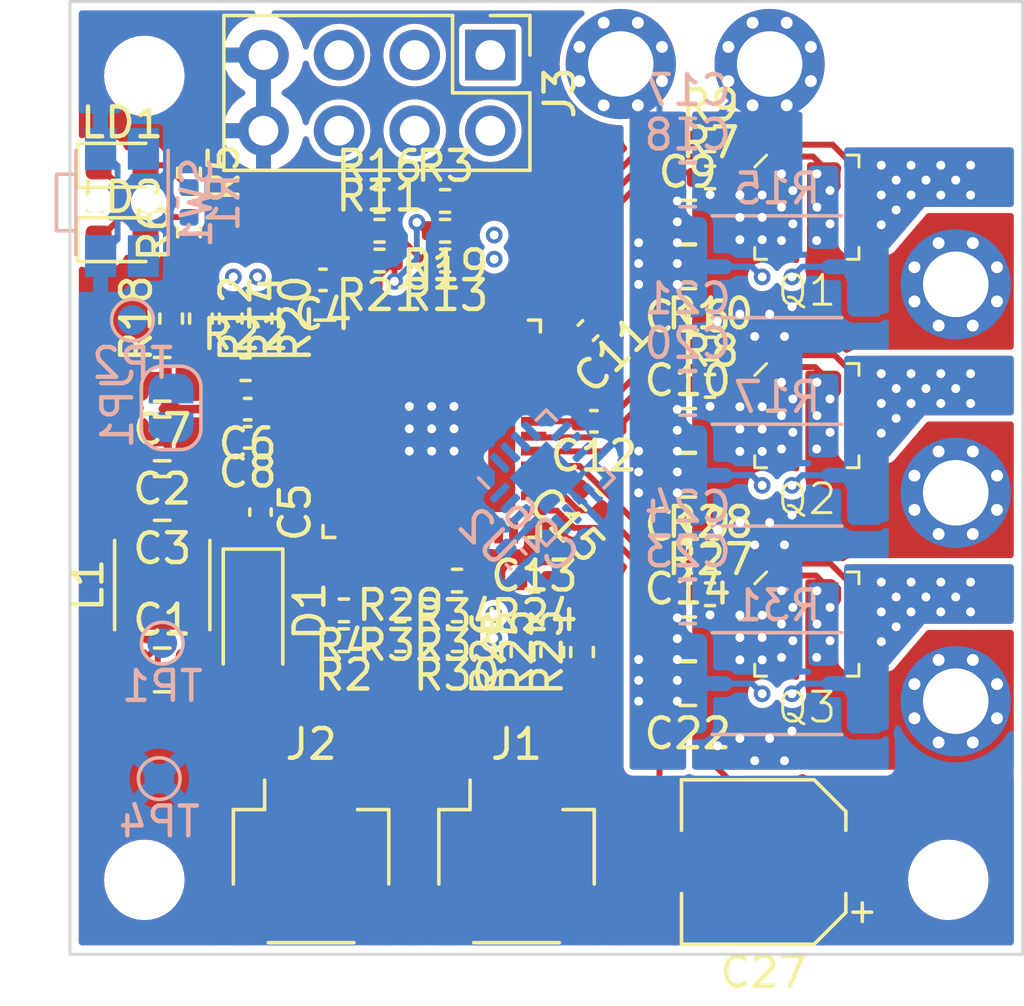
<source format=kicad_pcb>
(kicad_pcb (version 20221018) (generator pcbnew)
  (layers (0 "F.Cu" signal) (1 "In1.Cu" signal) (2 "In2.Cu" signal) (31 "B.Cu" signal) (34 "B.Paste" user) (35 "F.Paste" user) (36 "B.SilkS" user "B.Silkscreen") (37 "F.SilkS" user "F.Silkscreen") (38 "B.Mask" user) (39 "F.Mask" user) (44 "Edge.Cuts" user))
  (net 0 "")
  (net 2 "GND")
  (net 3 "Vdrive")
  (net 4 "+12V")
  (net 5 "/~{RESET}")
  (net 6 "Net-(D1-K)")
  (net 7 "/Power Stage/US")
  (net 8 "GNDPWR")
  (net 9 "/Power Stage/VS")
  (net 10 "/Power Stage/WS")
  (net 11 "Net-(U1F-OP2P)")
  (net 12 "Net-(U1F-OP2N)")
  (net 13 "Net-(U1G-OP1N)")
  (net 14 "Net-(U1G-OP1P)")
  (net 15 "/OC_COMP")
  (net 16 "Net-(U1B-HSW)")
  (net 17 "/Power Stage/OUTW")
  (net 18 "Net-(U1B-VBOOTW)")
  (net 19 "Net-(U1B-LSW)")
  (net 20 "Net-(U1C-HSV)")
  (net 21 "Net-(U1C-VBOOTV)")
  (net 22 "Net-(U1C-LSV)")
  (net 23 "Net-(U1D-HSU)")
  (net 24 "Net-(U1D-VBOOTU)")
  (net 25 "Net-(U1D-LSU)")
  (net 26 "/SWDIO")
  (net 27 "/SWCLK")
  (net 28 "/BOOT0")
  (net 29 "Net-(U1E-OP3P)")
  (net 30 "Net-(U1E-OP3N)")
  (net 31 "+3.3V")
  (net 32 "/Power Stage/OUTV")
  (net 33 "/Power Stage/OUTU")
  (net 34 "Net-(Q1-G1)")
  (net 35 "Net-(Q1-G2)")
  (net 36 "Net-(Q2-G1)")
  (net 37 "Net-(Q2-G2)")
  (net 38 "Net-(Q3-G1)")
  (net 39 "Net-(Q3-G2)")
  (net 40 "/CUR_SEN_V")
  (net 41 "/USER_LED")
  (net 42 "/PF1")
  (net 43 "/CUR_SEN_U")
  (net 44 "/USART1_TX")
  (net 45 "/USART1_RX")
  (net 46 "/CUR_SEN_W")
  (net 47 "/SPI_SCLK")
  (net 48 "/SPI_MISO")
  (net 49 "/SPI_MOSI")
  (net 50 "/SPI_~{CS}_RS")
  (net 51 "/I2C1_SCL")
  (net 52 "/I2C1_SDA")
  (net 54 "/ Rotary Sensor/A")
  (net 55 "/ Rotary Sensor/Z")
  (net 56 "/ Rotary Sensor/B")
  (net 62 "Net-(LD1-A)")
  (net 63 "Net-(LD2-A)")
  (net 64 "/Power Stage/RSU+")
  (net 65 "/VM_SENSE")
  (net 68 "/Power Stage/RSV+")
  (net 69 "/Power Stage/RSU-")
  (net 70 "/Power Stage/RSV-")
  (net 71 "/Power Stage/RSW+")
  (net 72 "/Power Stage/RSW-")
  (footprint "Capacitor_SMD:C_0402_1005Metric" (layer "F.Cu") (at 155.5 100.75 135)
    (fp_text reference "C15")
    (fp_text value "100nF/50V")
  )
  (footprint "MountingHole:MountingHole_2.2mm_M2_ISO14580" (layer "F.Cu") (at 140.5 86.5 90)
    (fp_text reference "H3" hide)
    (fp_text value "MountingHole" hide)
  )
  (footprint "Diode_SMD:D_SOD-123F" (layer "F.Cu") (at 144.15 104.6 -90)
    (fp_text reference "D1")
    (fp_text value "STPS0560Z")
  )
  (footprint "Resistor_SMD:R_0402_1005Metric" (layer "F.Cu") (at 148.4 91.7)
    (fp_text reference "R11")
    (fp_text value "24k")
  )
  (footprint "Capacitor_SMD:C_0805_2012Metric" (layer "F.Cu") (at 141.1 96.69 180)
    (fp_text reference "C7")
    (fp_text value "10uF/50V")
  )
  (footprint "LED_SMD:LED_0603_1608Metric" (layer "F.Cu") (at 139.75 89.5)
    (fp_text reference "LD1")
    (fp_text value "Red")
  )
  (footprint "Resistor_SMD:R_0402_1005Metric" (layer "F.Cu") (at 143.4 94.65 -90)
    (fp_text reference "R14")
    (fp_text value "1.78k")
  )
  (footprint "Resistor_SMD:R_0402_1005Metric" (layer "F.Cu") (at 159.5 103.909)
    (fp_text reference "R27")
    (fp_text value "10R")
  )
  (footprint "Resistor_SMD:R_0402_1005Metric" (layer "F.Cu") (at 142.4 94.65 -90)
    (fp_text reference "R12")
    (fp_text value "24k")
  )
  (footprint "Resistor_SMD:R_0402_1005Metric" (layer "F.Cu") (at 159.5 96.909)
    (fp_text reference "R8")
    (fp_text value "10R")
  )
  (footprint "Capacitor_SMD:CP_Elec_5x5.8" (layer "F.Cu") (at 161.3 112.9 180)
    (fp_text reference "C27")
    (fp_text value "22uF/50V")
  )
  (footprint "MountingHole:MountingHole_2.2mm_M2_ISO14580" (layer "F.Cu") (at 140.5 113.5 90)
    (fp_text reference "H2" hide)
    (fp_text value "MountingHole" hide)
  )
  (footprint "Capacitor_SMD:C_0402_1005Metric" (layer "F.Cu") (at 146.5 93.35 180)
    (fp_text reference "C4")
    (fp_text value "100nF")
  )
  (footprint "Capacitor_SMD:C_0805_2012Metric" (layer "F.Cu") (at 158.75 105.409)
    (fp_text reference "C14")
    (fp_text value "220nF/50V")
  )
  (footprint "Resistor_SMD:R_0402_1005Metric" (layer "F.Cu") (at 153.6 103.45 180)
    (fp_text reference "R24")
    (fp_text value "6.8k")
  )
  (footprint "moco:wire_2.2mm" (layer "F.Cu") (at 167.75 107.5 90)
    (fp_text reference "J8" hide)
    (fp_text value "W" hide)
  )
  (footprint "Resistor_SMD:R_0402_1005Metric" (layer "F.Cu") (at 149.1 104.45 180)
    (fp_text reference "R32")
    (fp_text value "24k")
  )
  (footprint "Capacitor_SMD:C_0805_2012Metric" (layer "F.Cu") (at 141.1 98.69 180)
    (fp_text reference "C2")
    (fp_text value "220nF/50V")
  )
  (footprint "moco:wire_2.2mm" (layer "F.Cu") (at 161.5 86.1 -90)
    (fp_text reference "J4" hide)
    (fp_text value "V+" hide)
  )
  (footprint "moco:PowerPAIR_3x3S_TP" (layer "F.Cu") (at 162.75 104.909)
    (fp_text reference "Q3")
    (fp_text value "SiZ250DT")
  )
  (footprint "Capacitor_SMD:C_0402_1005Metric" (layer "F.Cu") (at 143.97 97.69 180)
    (fp_text reference "C6")
    (fp_text value "100nF")
  )
  (footprint "Capacitor_SMD:C_0402_1005Metric" (layer "F.Cu") (at 153.6 104.45)
    (fp_text reference "C13")
    (fp_text value "1nF")
  )
  (footprint "moco:wire_2.2mm" (layer "F.Cu") (at 156.5 86.1 -90)
    (fp_text reference "J5" hide)
    (fp_text value "V-" hide)
  )
  (footprint "Resistor_SMD:R_0402_1005Metric" (layer "F.Cu") (at 153.2 105.85 90)
    (fp_text reference "R26")
    (fp_text value "2.2k")
  )
  (footprint "moco:wire_2.2mm" (layer "F.Cu") (at 167.75 100.5 90)
    (fp_text reference "J7" hide)
    (fp_text value "V" hide)
  )
  (footprint "Resistor_SMD:R_0402_1005Metric" (layer "F.Cu") (at 155.2 105.85 90)
    (fp_text reference "R23")
    (fp_text value "2.2k")
  )
  (footprint "Resistor_SMD:R_0402_1005Metric" (layer "F.Cu") (at 144.4 94.65 -90)
    (fp_text reference "R20")
    (fp_text value "1.78k")
  )
  (footprint "Resistor_SMD:R_0402_1005Metric" (layer "F.Cu") (at 159.5 95.659)
    (fp_text reference "R10")
    (fp_text value "10R")
  )
  (footprint "Resistor_SMD:R_0402_1005Metric" (layer "F.Cu") (at 159.5 89.909)
    (fp_text reference "R7")
    (fp_text value "10R")
  )
  (footprint "Inductor_SMD:L_Taiyo-Yuden_MD-3030" (layer "F.Cu") (at 141.1 103.6 90)
    (fp_text reference "L1")
    (fp_text value "22uH")
  )
  (footprint "moco:wire_2.2mm" (layer "F.Cu") (at 167.75 93.5 90)
    (fp_text reference "J6" hide)
    (fp_text value "U" hide)
  )
  (footprint "Capacitor_SMD:C_0805_2012Metric" (layer "F.Cu") (at 141.1 106.45)
    (fp_text reference "C1")
    (fp_text value "47uF")
  )
  (footprint "Resistor_SMD:R_0402_1005Metric" (layer "F.Cu") (at 151 104.45 180)
    (fp_text reference "R33")
    (fp_text value "1.78k")
  )
  (footprint "Resistor_SMD:R_0402_1005Metric" (layer "F.Cu") (at 151 103.45 180)
    (fp_text reference "R34")
    (fp_text value "12k")
  )
  (footprint "moco:VFQFN-48_7x7_EP2.8mm_Pitch0.5mm" (layer "F.Cu") (at 150.15 98.35)
    (fp_text reference "U1")
    (fp_text value "STSPIN32F0A")
  )
  (footprint "Resistor_SMD:R_0402_1005Metric" (layer "F.Cu") (at 148.4 90.7)
    (fp_text reference "R16")
    (fp_text value "24k")
  )
  (footprint "Capacitor_SMD:C_0402_1005Metric" (layer "F.Cu") (at 144.4 101.15 -90)
    (fp_text reference "C5")
    (fp_text value "100nF")
  )
  (footprint "Capacitor_SMD:C_0805_2012Metric" (layer "F.Cu") (at 158.75 98.409)
    (fp_text reference "C10")
    (fp_text value "220nF/50V")
  )
  (footprint "Resistor_SMD:R_0402_1005Metric" (layer "F.Cu") (at 150.6 91.7 180)
    (fp_text reference "R19")
    (fp_text value "1.78k")
  )
  (footprint "Resistor_SMD:R_0402_1005Metric" (layer "F.Cu") (at 149.1 105.45)
    (fp_text reference "R29")
    (fp_text value "24k")
  )
  (footprint "Resistor_SMD:R_0402_1005Metric" (layer "F.Cu") (at 154.2 105.85 90)
    (fp_text reference "R25")
    (fp_text value "2.2k")
  )
  (footprint "Capacitor_SMD:C_0805_2012Metric" (layer "F.Cu") (at 158.75 92.909 180)
    (fp_text reference "C16")
    (fp_text value "10uF/50V")
  )
  (footprint "Resistor_SMD:R_0402_1005Metric" (layer "F.Cu") (at 159.5 88.659)
    (fp_text reference "R9")
    (fp_text value "10R")
  )
  (footprint "LED_SMD:LED_0603_1608Metric" (layer "F.Cu") (at 139.75 92)
    (fp_text reference "LD2")
    (fp_text value "Blue")
  )
  (footprint "Capacitor_SMD:C_0805_2012Metric" (layer "F.Cu") (at 141.1 100.69 180)
    (fp_text reference "C3")
    (fp_text value "10uF/50V")
  )
  (footprint "Resistor_SMD:R_0402_1005Metric" (layer "F.Cu") (at 151 105.45 180)
    (fp_text reference "R30")
    (fp_text value "1.78k")
  )
  (footprint "Resistor_SMD:R_0402_1005Metric" (layer "F.Cu") (at 159.5 102.659)
    (fp_text reference "R28")
    (fp_text value "10R")
  )
  (footprint "Connector_PinHeader_2.54mm:PinHeader_2x04_P2.54mm_Vertical" (layer "F.Cu") (at 152.12 85.8 -90)
    (fp_text reference "J3")
    (fp_text value "Debug")
  )
  (footprint "Capacitor_SMD:C_0402_1005Metric" (layer "F.Cu") (at 143.97 98.64 180)
    (fp_text reference "C8")
    (fp_text value "100nF")
  )
  (footprint "NetTie:NetTie-2_SMD_Pad0.5mm" (layer "F.Cu") (at 156.4 112.9 180)
    (fp_text reference "NT1" hide)
    (fp_text value "NetTie_2" hide)
  )
  (footprint "Connector_JST:JST_SH_SM03B-SRSS-TB_1x03-1MP_P1.00mm_Horizontal" (layer "F.Cu") (at 146.1 112.925)
    (fp_text reference "J2")
    (fp_text value "Serial")
  )
  (footprint "Resistor_SMD:R_0402_1005Metric" (layer "F.Cu") (at 148.4 92.7 180)
    (fp_text reference "R21")
    (fp_text value "12k")
  )
  (footprint "MountingHole:MountingHole_2.2mm_M2_ISO14580" (layer "F.Cu") (at 167.5 113.5)
    (fp_text reference "H4" hide)
    (fp_text value "MountingHole" hide)
  )
  (footprint "moco:PowerPAIR_3x3S_TP" (layer "F.Cu") (at 162.75 90.909)
    (fp_text reference "Q1")
    (fp_text value "SiZ250DT")
  )
  (footprint "Resistor_SMD:R_0402_1005Metric" (layer "F.Cu") (at 141.4 94.65 90)
    (fp_text reference "R18")
    (fp_text value "24k")
  )
  (footprint "Resistor_SMD:R_0402_1005Metric" (layer "F.Cu") (at 143.9 96.35)
    (fp_text reference "R22")
    (fp_text value "12k")
  )
  (footprint "Capacitor_SMD:C_0402_1005Metric" (layer "F.Cu") (at 155.4 95.05 -135)
    (fp_text reference "C11")
    (fp_text value "100nF/50V")
  )
  (footprint "Resistor_SMD:R_0402_1005Metric" (layer "F.Cu") (at 147.2 105.45 180)
    (fp_text reference "R2")
    (fp_text value "100k")
  )
  (footprint "Resistor_SMD:R_0402_1005Metric" (layer "F.Cu") (at 147.2 104.45 180)
    (fp_text reference "R4")
    (fp_text value "10k")
  )
  (footprint "Resistor_SMD:R_0402_1005Metric" (layer "F.Cu") (at 142 91.75 90)
    (fp_text reference "R6")
    (fp_text value "1k")
  )
  (footprint "Connector_JST:JST_SH_SM03B-SRSS-TB_1x03-1MP_P1.00mm_Horizontal" (layer "F.Cu") (at 153 112.925)
    (fp_text reference "J1")
    (fp_text value "I^{2}C")
  )
  (footprint "moco:PowerPAIR_3x3S_TP" (layer "F.Cu") (at 162.75 97.909)
    (fp_text reference "Q2")
    (fp_text value "SiZ250DT")
  )
  (footprint "Capacitor_SMD:C_0805_2012Metric" (layer "F.Cu") (at 158.75 106.909 180)
    (fp_text reference "C22")
    (fp_text value "10uF/50V")
  )
  (footprint "Capacitor_SMD:C_0805_2012Metric" (layer "F.Cu") (at 158.75 99.909 180)
    (fp_text reference "C19")
    (fp_text value "10uF/50V")
  )
  (footprint "Capacitor_SMD:C_0805_2012Metric" (layer "F.Cu") (at 158.75 91.409)
    (fp_text reference "C9")
    (fp_text value "220nF/50V")
  )
  (footprint "MountingHole:MountingHole_2.2mm_M2_ISO14580" (layer "F.Cu") (at 167.5 86.5 90)
    (fp_text reference "H1" hide)
    (fp_text value "MountingHole" hide)
  )
  (footprint "Resistor_SMD:R_0402_1005Metric" (layer "F.Cu") (at 142 89.75 -90)
    (fp_text reference "R5")
    (fp_text value "1k")
  )
  (footprint "Capacitor_SMD:C_0402_1005Metric" (layer "F.Cu") (at 155.6 98.1 180)
    (fp_text reference "C12")
    (fp_text value "100nF/50V")
  )
  (footprint "Resistor_SMD:R_0402_1005Metric" (layer "F.Cu") (at 150.6 92.7 180)
    (fp_text reference "R13")
    (fp_text value "1.78k")
  )
  (footprint "Resistor_SMD:R_0402_1005Metric" (layer "F.Cu") (at 150.6 90.7)
    (fp_text reference "R3")
    (fp_text value "10k")
  )
  (footprint "Resistor_SMD:R_2512_6332Metric" (layer "B.Cu") (at 161.75 99.909 180)
    (fp_text reference "R17")
    (fp_text value "20mΩ/3W")
  )
  (footprint "Resistor_SMD:R_0402_1005Metric" (layer "B.Cu") (at 142 90.75 90)
    (fp_text reference "R1")
    (fp_text value "10k")
  )
  (footprint "TestPoint:TestPoint_Pad_D1.0mm" (layer "B.Cu") (at 140.1 94.7)
    (fp_text reference "TP2")
    (fp_text value "12V")
  )
  (footprint "Jumper:SolderJumper-2_P1.3mm_Open_RoundedPad1.0x1.5mm" (layer "B.Cu") (at 141.4 97.65 -90)
    (fp_text reference "JP1")
    (fp_text value "SolderJumper_2_Open")
  )
  (footprint "Capacitor_SMD:C_0805_2012Metric" (layer "B.Cu") (at 158.75 102.659 180)
    (fp_text reference "C24")
    (fp_text value "10uF/50V")
  )
  (footprint "TestPoint:TestPoint_Pad_D1.0mm" (layer "B.Cu") (at 141 110.1)
    (fp_text reference "TP4")
    (fp_text value "GND")
  )
  (footprint "NetTie:NetTie-2_SMD_Pad0.5mm" (layer "B.Cu") (at 164 106.909)
    (fp_text reference "NT6" hide)
    (fp_text value "NetTie_2" hide)
  )
  (footprint "Capacitor_SMD:C_0805_2012Metric" (layer "B.Cu") (at 158.75 104.159 180)
    (fp_text reference "C23")
    (fp_text value "10uF/50V")
  )
  (footprint "Resistor_SMD:R_2512_6332Metric" (layer "B.Cu") (at 161.75 92.909 180)
    (fp_text reference "R15")
    (fp_text value "20mΩ/3W")
  )
  (footprint "Package_DFN_QFN:QFN-16-1EP_3x3mm_P0.5mm_EP1.75x1.75mm" (layer "B.Cu") (at 154 100 -45)
    (fp_text reference "U2")
    (fp_text value "MA702")
  )
  (footprint "Button_Switch_SMD:SW_SPST_EVQP7C" (layer "B.Cu") (at 139.75 90.75 90)
    (fp_text reference "SW1")
    (fp_text value "RESET")
  )
  (footprint "Capacitor_SMD:C_0805_2012Metric" (layer "B.Cu") (at 158.75 95.659 180)
    (fp_text reference "C21")
    (fp_text value "10uF/50V")
  )
  (footprint "NetTie:NetTie-2_SMD_Pad0.5mm" (layer "B.Cu") (at 159.5 99.909 180)
    (fp_text reference "NT5" hide)
    (fp_text value "NetTie_2" hide)
  )
  (footprint "Capacitor_SMD:C_0805_2012Metric" (layer "B.Cu") (at 158.75 97.159 180)
    (fp_text reference "C20")
    (fp_text value "10uF/50V")
  )
  (footprint "Capacitor_SMD:C_0805_2012Metric" (layer "B.Cu") (at 158.75 88.659 180)
    (fp_text reference "C17")
    (fp_text value "10uF/50V")
  )
  (footprint "Capacitor_SMD:C_0805_2012Metric" (layer "B.Cu") (at 158.75 90.159 180)
    (fp_text reference "C18")
    (fp_text value "10uF/50V")
  )
  (footprint "NetTie:NetTie-2_SMD_Pad0.5mm" (layer "B.Cu") (at 159.5 92.909 180)
    (fp_text reference "NT4" hide)
    (fp_text value "NetTie_2" hide)
  )
  (footprint "Resistor_SMD:R_2512_6332Metric" (layer "B.Cu") (at 161.75 106.909 180)
    (fp_text reference "R31")
    (fp_text value "20mΩ/3W")
  )
  (footprint "NetTie:NetTie-2_SMD_Pad0.5mm" (layer "B.Cu") (at 164 92.909)
    (fp_text reference "NT2" hide)
    (fp_text value "NetTie_2" hide)
  )
  (footprint "TestPoint:TestPoint_Pad_D1.0mm" (layer "B.Cu") (at 141.1 105.55)
    (fp_text reference "TP1")
    (fp_text value "3.3V")
  )
  (footprint "Capacitor_SMD:C_0402_1005Metric" (layer "B.Cu") (at 152.98707 102.734736 135)
    (fp_text reference "C26")
    (fp_text value "1uF")
  )
  (footprint "NetTie:NetTie-2_SMD_Pad0.5mm" (layer "B.Cu") (at 159.5 106.909 180)
    (fp_text reference "NT7" hide)
    (fp_text value "NetTie_2" hide)
  )
  (footprint "NetTie:NetTie-2_SMD_Pad0.5mm" (layer "B.Cu") (at 164 99.909)
    (fp_text reference "NT3" hide)
    (fp_text value "NetTie_2" hide)
  )
  (gr_rect locked (start 138 84) (end 170 116) (stroke (width 0.1)) (fill none) (layer "Edge.Cuts"))
  (segment (start 139.75 90.2875) (end 139.75 91.2125) (width 0.2) (layer "F.Cu") (net 2))
  (segment (start 139.75 91.2125) (end 138.9625 92) (width 0.2) (layer "F.Cu") (net 2))
  (segment (start 138.9625 89.5) (end 139.75 90.2875) (width 0.2) (layer "F.Cu") (net 2))
  (via locked (at 150.15 97.6) (size 0.56) (drill 0.3) (layers "F.Cu" "B.Cu") (net 2))
  (via locked (at 150.15 99.1) (size 0.56) (drill 0.3) (layers "F.Cu" "B.Cu") (net 2))
  (via locked (at 149.4 99.1) (size 0.56) (drill 0.3) (layers "F.Cu" "B.Cu") (net 2))
  (via locked (at 150.9 99.1) (size 0.56) (drill 0.3) (layers "F.Cu" "B.Cu") (net 2))
  (via locked (at 150.15 98.35) (size 0.56) (drill 0.3) (layers "F.Cu" "B.Cu") (net 2))
  (via locked (at 150.9 97.6) (size 0.56) (drill 0.3) (layers "F.Cu" "B.Cu") (net 2))
  (via locked (at 149.4 97.6) (size 0.56) (drill 0.3) (layers "F.Cu" "B.Cu") (net 2))
  (via locked (at 149.4 98.35) (size 0.56) (drill 0.3) (layers "F.Cu" "B.Cu") (net 2))
  (via locked (at 150.9 98.35) (size 0.56) (drill 0.3) (layers "F.Cu" "B.Cu") (net 2))
  (segment (start 139.6 91.98) (end 139.03 92.55) (width 0.2) (layer "B.Cu") (net 2))
  (segment (start 155.06066 100) (end 154 100) (width 0.2) (layer "B.Cu") (net 2))
  (segment (start 154.353553 100) (end 154 100) (width 0.2) (layer "B.Cu") (net 2))
  (segment (start 155.21092 100.857367) (end 154.353553 100) (width 0.2) (layer "B.Cu") (net 2))
  (segment (start 155.564474 99.496186) (end 155.06066 100) (width 0.2) (layer "B.Cu") (net 2))
  (segment (start 139.6 89.52) (end 139.6 91.98) (width 0.2) (layer "B.Cu") (net 2))
  (segment (start 139.03 88.95) (end 139.6 89.52) (width 0.2) (layer "B.Cu") (net 2))
  (segment (start 161.11 91.234) (end 161.763 91.234) (width 0.2) (layer "F.Cu") (net 3))
  (segment (start 161.11 90.584) (end 161.11 91.884) (width 0.2) (layer "F.Cu") (net 3))
  (segment (start 159.875 98.234) (end 159.7 98.409) (width 0.2) (layer "F.Cu") (net 3))
  (segment (start 159.875 91.234) (end 159.7 91.409) (width 0.2) (layer "F.Cu") (net 3))
  (segment (start 144.772254 99.25) (end 142.61 99.25) (width 0.2) (layer "F.Cu") (net 3))
  (segment (start 161.11 98.234) (end 161.763 98.234) (width 0.2) (layer "F.Cu") (net 3))
  (segment (start 159.875 105.234) (end 159.7 105.409) (width 0.2) (layer "F.Cu") (net 3))
  (segment (start 161.11 105.234) (end 159.875 105.234) (width 0.2) (layer "F.Cu") (net 3))
  (segment (start 163.5 112.9) (end 162.9 112.9) (width 0.2) (layer "F.Cu") (net 3))
  (segment (start 161.763 98.234) (end 162.088 97.909) (width 0.2) (layer "F.Cu") (net 3))
  (segment (start 161.11 104.584) (end 161.11 105.884) (width 0.2) (layer "F.Cu") (net 3))
  (segment (start 159.7 98.409) (end 159.7 99.909) (width 0.2) (layer "F.Cu") (net 3))
  (segment (start 142.61 99.25) (end 142.05 98.69) (width 0.2) (layer "F.Cu") (net 3))
  (segment (start 161.11 105.234) (end 161.763 105.234) (width 0.2) (layer "F.Cu") (net 3))
  (segment (start 159.7 91.409) (end 159.7 92.909) (width 0.2) (layer "F.Cu") (net 3))
  (segment (start 144.922254 99.1) (end 144.772254 99.25) (width 0.2) (layer "F.Cu") (net 3))
  (segment (start 161.763 91.234) (end 162.088 90.909) (width 0.2) (layer "F.Cu") (net 3))
  (segment (start 161.11 98.234) (end 159.875 98.234) (width 0.2) (layer "F.Cu") (net 3))
  (segment (start 146.725 99.1) (end 144.922254 99.1) (width 0.2) (layer "F.Cu") (net 3))
  (segment (start 159.7 109.7) (end 159.7 106.909) (width 0.2) (layer "F.Cu") (net 3))
  (segment (start 161.763 105.234) (end 162.088 104.909) (width 0.2) (layer "F.Cu") (net 3))
  (segment (start 161.11 97.584) (end 161.11 98.884) (width 0.2) (layer "F.Cu") (net 3))
  (segment (start 142.05 98.69) (end 142.05 100.69) (width 0.2) (layer "F.Cu") (net 3))
  (segment (start 162.9 112.9) (end 159.7 109.7) (width 0.2) (layer "F.Cu") (net 3))
  (segment (start 161.11 91.234) (end 159.875 91.234) (width 0.2) (layer "F.Cu") (net 3))
  (segment (start 159.7 105.409) (end 159.7 106.909) (width 0.2) (layer "F.Cu") (net 3))
  (via (at 161.5 108.75) (size 0.56) (drill 0.3) (layers "F.Cu" "B.Cu") (net 3))
  (via (at 161.25 91.25) (size 0.56) (drill 0.3) (layers "F.Cu" "B.Cu") (net 3))
  (via (at 159.5 104.6) (size 0.56) (drill 0.3) (layers "F.Cu" "B.Cu") (net 3))
  (via (at 159.5 97.6) (size 0.56) (drill 0.3) (layers "F.Cu" "B.Cu") (net 3))
  (via (at 161.25 90.5) (size 0.56) (drill 0.3) (layers "F.Cu" "B.Cu") (net 3))
  (via (at 160.500063 98.361155) (size 0.56) (drill 0.3) (layers "F.Cu" "B.Cu") (net 3))
  (via (at 161.5 101.5) (size 0.56) (drill 0.3) (layers "F.Cu" "B.Cu") (net 3))
  (via (at 160.500063 99.111155) (size 0.56) (drill 0.3) (layers "F.Cu" "B.Cu") (net 3))
  (via (at 160.5 101.5) (size 0.56) (drill 0.3) (layers "F.Cu" "B.Cu") (net 3))
  (via (at 160.500063 105.361155) (size 0.56) (drill 0.3) (layers "F.Cu" "B.Cu") (net 3))
  (via (at 160.5 92) (size 0.56) (drill 0.3) (layers "F.Cu" "B.Cu") (net 3))
  (via (at 161 95.25) (size 0.56) (drill 0.3) (layers "F.Cu" "B.Cu") (net 3))
  (via (at 161.25 92) (size 0.56) (drill 0.3) (layers "F.Cu" "B.Cu") (net 3))
  (via (at 160.5 108.75) (size 0.56) (drill 0.3) (layers "F.Cu" "B.Cu") (net 3))
  (via (at 159.75 101.75) (size 0.56) (drill 0.3) (layers "F.Cu" "B.Cu") (net 3))
  (via (at 160.500063 97.611155) (size 0.56) (drill 0.3) (layers "F.Cu" "B.Cu") (net 3))
  (via (at 161.250063 98.361155) (size 0.56) (drill 0.3) (layers "F.Cu" "B.Cu") (net 3))
  (via (at 161.250063 106.111155) (size 0.56) (drill 0.3) (layers "F.Cu" "B.Cu") (net 3))
  (via (at 161 109.5) (size 0.56) (drill 0.3) (layers "F.Cu" "B.Cu") (net 3))
  (via (at 162 102.25) (size 0.56) (drill 0.3) (layers "F.Cu" "B.Cu") (net 3))
  (via (at 161 102.25) (size 0.56) (drill 0.3) (layers "F.Cu" "B.Cu") (net 3))
  (via (at 162 95.25) (size 0.56) (drill 0.3) (layers "F.Cu" "B.Cu") (net 3))
  (via (at 162 109.5) (size 0.56) (drill 0.3) (layers "F.Cu" "B.Cu") (net 3))
  (via (at 160.5 94.5) (size 0.56) (drill 0.3) (layers "F.Cu" "B.Cu") (net 3))
  (via (at 161.5 94.5) (size 0.56) (drill 0.3) (layers "F.Cu" "B.Cu") (net 3))
  (via (at 162.25 108.5) (size 0.56) (drill 0.3) (layers "F.Cu" "B.Cu") (net 3))
  (via (at 159.75 94.75) (size 0.56) (drill 0.3) (layers "F.Cu" "B.Cu") (net 3))
  (via (at 161.250063 97.611155) (size 0.56) (drill 0.3) (layers "F.Cu" "B.Cu") (net 3))
  (via (at 160.500063 104.611155) (size 0.56) (drill 0.3) (layers "F.Cu" "B.Cu") (net 3))
  (via (at 159.499937 90.488845) (size 0.56) (drill 0.3) (layers "F.Cu" "B.Cu") (net 3))
  (via (at 160.500063 106.111155) (size 0.56) (drill 0.3) (layers "F.Cu" "B.Cu") (net 3))
  (via (at 161.250063 105.361155) (size 0.56) (drill 0.3) (layers "F.Cu" "B.Cu") (net 3))
  (via (at 162.25 94.25) (size 0.56) (drill 0.3) (layers "F.Cu" "B.Cu") (net 3))
  (via (at 162.25 101.25) (size 0.56) (drill 0.3) (layers "F.Cu" "B.Cu") (net 3))
  (via (at 161.250063 104.611155) (size 0.56) (drill 0.3) (layers "F.Cu" "B.Cu") (net 3))
  (via (at 161.250063 99.111155) (size 0.56) (drill 0.3) (layers "F.Cu" "B.Cu") (net 3))
  (via (at 159.75 109) (size 0.56) (drill 0.3) (layers "F.Cu" "B.Cu") (net 3))
  (via (at 160.5 90.5) (size 0.56) (drill 0.3) (layers "F.Cu" "B.Cu") (net 3))
  (via (at 160.5 91.25) (size 0.56) (drill 0.3) (layers "F.Cu" "B.Cu") (net 3))
  (segment (start 159.7 97.159) (end 161.338 97.159) (width 0.2) (layer "B.Cu") (net 3))
  (segment (start 161.5 86.1) (end 159.7 87.9) (width 0.2) (layer "B.Cu") (net 3))
  (segment (start 159.7 88.659) (end 159.7 90.159) (width 0.2) (layer "B.Cu") (net 3))
  (segment (start 159.7 87.9) (end 159.7 88.659) (width 0.2) (layer "B.Cu") (net 3))
  (segment (start 160.45 104.909) (end 162.088 104.909) (width 0.2) (layer "B.Cu") (net 3))
  (segment (start 161.338 97.159) (end 162.088 97.909) (width 0.2) (layer "B.Cu") (net 3))
  (segment (start 159.7 95.659) (end 159.7 97.159) (width 0.2) (layer "B.Cu") (net 3))
  (segment (start 159.7 104.159) (end 160.45 104.909) (width 0.2) (layer "B.Cu") (net 3))
  (segment (start 159.7 90.159) (end 161.338 90.159) (width 0.2) (layer "B.Cu") (net 3))
  (segment (start 161.338 90.159) (end 162.088 90.909) (width 0.2) (layer "B.Cu") (net 3))
  (segment (start 159.7 102.659) (end 159.7 104.159) (width 0.2) (layer "B.Cu") (net 3))
  (segment (start 144.86 98.1) (end 146.725 98.1) (width 0.2) (layer "F.Cu") (net 4))
  (segment (start 144.45 97.69) (end 144.86 98.1) (width 0.2) (layer "F.Cu") (net 4))
  (segment (start 144.49 98.6) (end 146.725 98.6) (width 0.2) (layer "F.Cu") (net 5))
  (segment (start 144.45 98.64) (end 144.49 98.6) (width 0.2) (layer "F.Cu") (net 5))
  (segment (start 143.79 100.347746) (end 143.79 101.7) (width 0.2) (layer "F.Cu") (net 6))
  (segment (start 145 99.7) (end 144.437746 99.7) (width 0.2) (layer "F.Cu") (net 6))
  (segment (start 145.1 99.6) (end 145 99.7) (width 0.2) (layer "F.Cu") (net 6))
  (segment (start 142.99 102.5) (end 143.79 101.7) (width 0.2) (layer "F.Cu") (net 6))
  (segment (start 144.437746 99.7) (end 143.79 100.347746) (width 0.2) (layer "F.Cu") (net 6))
  (segment (start 141.1 102.5) (end 142.99 102.5) (width 0.2) (layer "F.Cu") (net 6))
  (segment (start 143.79 102.84) (end 144.15 103.2) (width 0.2) (layer "F.Cu") (net 6))
  (segment (start 143.79 101.7) (end 143.79 102.84) (width 0.2) (layer "F.Cu") (net 6))
  (segment (start 146.725 99.6) (end 145.1 99.6) (width 0.2) (layer "F.Cu") (net 6))
  (segment (start 164.39 90.584) (end 164.39 91.884) (width 0.2) (layer "F.Cu") (net 7))
  (via (at 166.75 90) (size 0.56) (drill 0.3) (layers "F.Cu" "B.Cu") (net 7))
  (via (at 166.25 90.5) (size 0.56) (drill 0.3) (layers "F.Cu" "B.Cu") (net 7))
  (via (at 167.25 90.5) (size 0.56) (drill 0.3) (layers "F.Cu" "B.Cu") (net 7))
  (via (at 165.25 89.5) (size 0.56) (drill 0.3) (layers "F.Cu" "B.Cu") (net 7))
  (via (at 167.25 89.5) (size 0.56) (drill 0.3) (layers "F.Cu" "B.Cu") (net 7))
  (via (at 167.75 90) (size 0.56) (drill 0.3) (layers "F.Cu" "B.Cu") (net 7))
  (via (at 165.25 91.5) (size 0.56) (drill 0.3) (layers "F.Cu" "B.Cu") (net 7))
  (via (at 165.25 90.5) (size 0.56) (drill 0.3) (layers "F.Cu" "B.Cu") (net 7))
  (via (at 168.25 89.5) (size 0.56) (drill 0.3) (layers "F.Cu" "B.Cu") (net 7))
  (via (at 166.25 89.5) (size 0.56) (drill 0.3) (layers "F.Cu" "B.Cu") (net 7))
  (via (at 165.75 91) (size 0.56) (drill 0.3) (layers "F.Cu" "B.Cu") (net 7))
  (via (at 168.25 90.5) (size 0.56) (drill 0.3) (layers "F.Cu" "B.Cu") (net 7))
  (via (at 165.75 90) (size 0.56) (drill 0.3) (layers "F.Cu" "B.Cu") (net 7))
  (segment (start 157.8 105.409) (end 157.8 106.909) (width 0.2) (layer "F.Cu") (net 8))
  (segment (start 157.8 111.6) (end 157.8 106.909) (width 0.2) (layer "F.Cu") (net 8))
  (segment (start 157.8 91.409) (end 157.8 92.909) (width 0.2) (layer "F.Cu") (net 8))
  (segment (start 158.4 112.8) (end 158.4 112.2) (width 0.2) (layer "F.Cu") (net 8))
  (segment (start 158.4 112.2) (end 157.8 111.6) (width 0.2) (layer "F.Cu") (net 8))
  (segment (start 157.8 98.409) (end 157.8 99.909) (width 0.2) (layer "F.Cu") (net 8))
  (via (at 157.1 92.8) (size 0.56) (drill 0.3) (layers "F.Cu" "B.Cu") (net 8))
  (via (at 158.4 90.7) (size 0.56) (drill 0.3) (layers "F.Cu" "B.Cu") (net 8))
  (via (at 157.1 93.5) (size 0.56) (drill 0.3) (layers "F.Cu" "B.Cu") (net 8))
  (via (at 157.1 92.1) (size 0.56) (drill 0.3) (layers "F.Cu" "B.Cu") (net 8))
  (via (at 157.1 99.8) (size 0.56) (drill 0.3) (layers "F.Cu" "B.Cu") (net 8))
  (via (at 158.4 99.8) (size 0.56) (drill 0.3) (layers "F.Cu" "B.Cu") (net 8))
  (via (at 158.4 106.1) (size 0.56) (drill 0.3) (layers "F.Cu" "B.Cu") (net 8))
  (via (at 158.4 105.4) (size 0.56) (drill 0.3) (layers "F.Cu" "B.Cu") (net 8))
  (via (at 158.4 98.4) (size 0.56) (drill 0.3) (layers "F.Cu" "B.Cu") (net 8))
  (via (at 157.1 100.5) (size 0.56) (drill 0.3) (layers "F.Cu" "B.Cu") (net 8))
  (via (at 157.1 106.8) (size 0.56) (drill 0.3) (layers "F.Cu" "B.Cu") (net 8))
  (via (at 158.4 91.4) (size 0.56) (drill 0.3) (layers "F.Cu" "B.Cu") (net 8))
  (via (at 157.1 99.1) (size 0.56) (drill 0.3) (layers "F.Cu" "B.Cu") (net 8))
  (via (at 158.4 106.8) (size 0.56) (drill 0.3) (layers "F.Cu" "B.Cu") (net 8))
  (via (at 157.1 106.1) (size 0.56) (drill 0.3) (layers "F.Cu" "B.Cu") (net 8))
  (via (at 158.4 104.7) (size 0.56) (drill 0.3) (layers "F.Cu" "B.Cu") (net 8))
  (via (at 158.4 100.5) (size 0.56) (drill 0.3) (layers "F.Cu" "B.Cu") (net 8))
  (via (at 158.4 92.8) (size 0.56) (drill 0.3) (layers "F.Cu" "B.Cu") (net 8))
  (via (at 157.1 107.5) (size 0.56) (drill 0.3) (layers "F.Cu" "B.Cu") (net 8))
  (via (at 158.4 92.1) (size 0.56) (drill 0.3) (layers "F.Cu" "B.Cu") (net 8))
  (via (at 158.4 99.1) (size 0.56) (drill 0.3) (layers "F.Cu" "B.Cu") (net 8))
  (via (at 158.4 93.5) (size 0.56) (drill 0.3) (layers "F.Cu" "B.Cu") (net 8))
  (via (at 158.4 107.5) (size 0.56) (drill 0.3) (layers "F.Cu" "B.Cu") (net 8))
  (via (at 158.4 97.7) (size 0.56) (drill 0.3) (layers "F.Cu" "B.Cu") (net 8))
  (segment (start 158.7875 92.909) (end 157.8 93.8965) (width 0.2) (layer "B.Cu") (net 8))
  (segment (start 156.5 86.1) (end 157.8 87.4) (width 0.2) (layer "B.Cu") (net 8))
  (segment (start 157.8 105.9215) (end 157.8 104.159) (width 0.2) (layer "B.Cu") (net 8))
  (segment (start 157.8 102.659) (end 157.8 104.159) (width 0.2) (layer "B.Cu") (net 8))
  (segment (start 157.8 102.659) (end 157.8 100.8965) (width 0.2) (layer "B.Cu") (net 8))
  (segment (start 157.8 98.9215) (end 158.7875 99.909) (width 0.2) (layer "B.Cu") (net 8))
  (segment (start 158.7875 92.909) (end 157.8 91.9215) (width 0.2) (layer "B.Cu") (net 8))
  (segment (start 157.8 87.4) (end 157.8 88.659) (width 0.2) (layer "B.Cu") (net 8))
  (segment (start 157.8 100.8965) (end 158.7875 99.909) (width 0.2) (layer "B.Cu") (net 8))
  (segment (start 157.8 95.659) (end 157.8 97.159) (width 0.2) (layer "B.Cu") (net 8))
  (segment (start 157.8 88.659) (end 157.8 90.159) (width 0.2) (layer "B.Cu") (net 8))
  (segment (start 157.8 97.159) (end 157.8 98.9215) (width 0.2) (layer "B.Cu") (net 8))
  (segment (start 157.8 93.8965) (end 157.8 95.659) (width 0.2) (layer "B.Cu") (net 8))
  (segment (start 158.7875 106.909) (end 157.8 105.9215) (width 0.2) (layer "B.Cu") (net 8))
  (segment (start 157.8 91.9215) (end 157.8 90.159) (width 0.2) (layer "B.Cu") (net 8))
  (segment (start 164.39 97.584) (end 164.39 98.884) (width 0.2) (layer "F.Cu") (net 9))
  (via (at 168.25 96.5) (size 0.56) (drill 0.3) (layers "F.Cu" "B.Cu") (net 9))
  (via (at 166.25 97.5) (size 0.56) (drill 0.3) (layers "F.Cu" "B.Cu") (net 9))
  (via (at 167.25 97.5) (size 0.56) (drill 0.3) (layers "F.Cu" "B.Cu") (net 9))
  (via (at 168.25 97.5) (size 0.56) (drill 0.3) (layers "F.Cu" "B.Cu") (net 9))
  (via (at 165.75 98) (size 0.56) (drill 0.3) (layers "F.Cu" "B.Cu") (net 9))
  (via (at 167.75 97) (size 0.56) (drill 0.3) (layers "F.Cu" "B.Cu") (net 9))
  (via (at 166.75 97) (size 0.56) (drill 0.3) (layers "F.Cu" "B.Cu") (net 9))
  (via (at 165.25 96.5) (size 0.56) (drill 0.3) (layers "F.Cu" "B.Cu") (net 9))
  (via (at 165.25 97.5) (size 0.56) (drill 0.3) (layers "F.Cu" "B.Cu") (net 9))
  (via (at 167.25 96.5) (size 0.56) (drill 0.3) (layers "F.Cu" "B.Cu") (net 9))
  (via (at 165.75 97) (size 0.56) (drill 0.3) (layers "F.Cu" "B.Cu") (net 9))
  (via (at 165.25 98.5) (size 0.56) (drill 0.3) (layers "F.Cu" "B.Cu") (net 9))
  (via (at 166.25 96.5) (size 0.56) (drill 0.3) (layers "F.Cu" "B.Cu") (net 9))
  (segment (start 164.39 104.584) (end 164.39 105.884) (width 0.2) (layer "F.Cu") (net 10))
  (via (at 165.25 104.5) (size 0.56) (drill 0.3) (layers "F.Cu" "B.Cu") (net 10))
  (via (at 167.25 104.5) (size 0.56) (drill 0.3) (layers "F.Cu" "B.Cu") (net 10))
  (via (at 166.25 103.5) (size 0.56) (drill 0.3) (layers "F.Cu" "B.Cu") (net 10))
  (via (at 166.75 104) (size 0.56) (drill 0.3) (layers "F.Cu" "B.Cu") (net 10))
  (via (at 165.75 105) (size 0.56) (drill 0.3) (layers "F.Cu" "B.Cu") (net 10))
  (via (at 165.75 104) (size 0.56) (drill 0.3) (layers "F.Cu" "B.Cu") (net 10))
  (via (at 167.25 103.5) (size 0.56) (drill 0.3) (layers "F.Cu" "B.Cu") (net 10))
  (via (at 165.25 105.5) (size 0.56) (drill 0.3) (layers "F.Cu" "B.Cu") (net 10))
  (via (at 167.75 104) (size 0.56) (drill 0.3) (layers "F.Cu" "B.Cu") (net 10))
  (via (at 166.25 104.5) (size 0.56) (drill 0.3) (layers "F.Cu" "B.Cu") (net 10))
  (via (at 168.25 104.5) (size 0.56) (drill 0.3) (layers "F.Cu" "B.Cu") (net 10))
  (via (at 165.25 103.5) (size 0.56) (drill 0.3) (layers "F.Cu" "B.Cu") (net 10))
  (via (at 168.25 103.5) (size 0.56) (drill 0.3) (layers "F.Cu" "B.Cu") (net 10))
  (segment (start 155.862928 101.678614) (end 154.928614 101.678614) (width 0.2) (layer "F.Cu") (net 16))
  (segment (start 154.35 101.1) (end 153.575 101.1) (width 0.2) (layer "F.Cu") (net 16))
  (segment (start 158.99 103.909) (end 158.76 103.679) (width 0.2) (layer "F.Cu") (net 16))
  (segment (start 154.928614 101.678614) (end 154.35 101.1) (width 0.2) (layer "F.Cu") (net 16))
  (segment (start 158.76 103.679) (end 157.863315 103.679) (width 0.2) (layer "F.Cu") (net 16))
  (segment (start 157.863315 103.679) (end 155.862928 101.678614) (width 0.2) (layer "F.Cu") (net 16))
  (segment (start 153.575 100.6) (end 154.586324 100.6) (width 0.2) (layer "F.Cu") (net 17))
  (segment (start 163.308 104.909) (end 163.308 103.53) (width 0.2) (layer "F.Cu") (net 17))
  (segment (start 155.075735 101.089411) (end 155.839411 101.089411) (width 0.2) (layer "F.Cu") (net 17))
  (segment (start 163.308 103.53) (end 163.057 103.279) (width 0.2) (layer "F.Cu") (net 17))
  (segment (start 158.029 103.279) (end 155.839411 101.089411) (width 0.2) (layer "F.Cu") (net 17))
  (segment (start 163.308 104.909) (end 163.308 105.908) (width 0.2) (layer "F.Cu") (net 17))
  (segment (start 163.308 105.908) (end 164.9 107.5) (width 0.2) (layer "F.Cu") (net 17))
  (segment (start 164.9 107.5) (end 167.75 107.5) (width 0.2) (layer "F.Cu") (net 17))
  (segment (start 163.057 103.279) (end 158.029 103.279) (width 0.2) (layer "F.Cu") (net 17))
  (segment (start 154.586324 100.6) (end 155.075735 101.089411) (width 0.2) (layer "F.Cu") (net 17))
  (segment (start 153.575 100.1) (end 154.85 100.1) (width 0.2) (layer "F.Cu") (net 18))
  (segment (start 154.85 100.1) (end 155.160589 100.410589) (width 0.2) (layer "F.Cu") (net 18))
  (segment (start 155.113676 99.6) (end 153.575 99.6) (width 0.2) (layer "F.Cu") (net 19))
  (segment (start 158.77 102.879) (end 158.392676 102.879) (width 0.2) (layer "F.Cu") (net 19))
  (segment (start 158.99 102.659) (end 158.77 102.879) (width 0.2) (layer "F.Cu") (net 19))
  (segment (start 158.392676 102.879) (end 155.113676 99.6) (width 0.2) (layer "F.Cu") (net 19))
  (segment (start 153.585 99.11) (end 153.575 99.1) (width 0.2) (layer "F.Cu") (net 20))
  (segment (start 158.99 96.909) (end 158.831 96.75) (width 0.2) (layer "F.Cu") (net 20))
  (segment (start 157.956183 96.75) (end 156.59 98.116183) (width 0.2) (layer "F.Cu") (net 20))
  (segment (start 155.89663 99.11) (end 153.585 99.11) (width 0.2) (layer "F.Cu") (net 20))
  (segment (start 158.831 96.75) (end 157.956183 96.75) (width 0.2) (layer "F.Cu") (net 20))
  (segment (start 156.59 98.116183) (end 156.59 98.423259) (width 0.2) (layer "F.Cu") (net 20))
  (segment (start 156.373259 98.64) (end 156.36663 98.64) (width 0.2) (layer "F.Cu") (net 20))
  (segment (start 156.36663 98.64) (end 155.89663 99.11) (width 0.2) (layer "F.Cu") (net 20))
  (segment (start 156.59 98.423259) (end 156.373259 98.64) (width 0.2) (layer "F.Cu") (net 20))
  (segment (start 155.12 98.1) (end 153.575 98.1) (width 0.2) (layer "F.Cu") (net 21))
  (segment (start 154.786741 97.6) (end 154.826741 97.56) (width 0.2) (layer "F.Cu") (net 22))
  (segment (start 156.014811 97.56) (end 157.695812 95.879) (width 0.2) (layer "F.Cu") (net 22))
  (segment (start 158.77 95.879) (end 158.99 95.659) (width 0.2) (layer "F.Cu") (net 22))
  (segment (start 154.826741 97.56) (end 156.014811 97.56) (width 0.2) (layer "F.Cu") (net 22))
  (segment (start 153.575 97.6) (end 154.786741 97.6) (width 0.2) (layer "F.Cu") (net 22))
  (segment (start 157.695812 95.879) (end 158.77 95.879) (width 0.2) (layer "F.Cu") (net 22))
  (segment (start 158.99 89.909) (end 158.831 89.75) (width 0.2) (layer "F.Cu") (net 23))
  (segment (start 154.715686 97.1) (end 153.575 97.1) (width 0.2) (layer "F.Cu") (net 23))
  (segment (start 156.5 95.315686) (end 154.715686 97.1) (width 0.2) (layer "F.Cu") (net 23))
  (segment (start 158.831 89.75) (end 157.5 89.75) (width 0.2) (layer "F.Cu") (net 23))
  (segment (start 157.5 89.75) (end 156.5 90.75) (width 0.2) (layer "F.Cu") (net 23))
  (segment (start 156.5 90.75) (end 156.5 95.315686) (width 0.2) (layer "F.Cu") (net 23))
  (segment (start 154.35 96.1) (end 153.575 96.1) (width 0.2) (layer "F.Cu") (net 24))
  (segment (start 155.060589 95.389411) (end 154.35 96.1) (width 0.2) (layer "F.Cu") (net 24))
  (segment (start 157.30963 88.809) (end 158.84 88.809) (width 0.2) (layer "F.Cu") (net 25))
  (segment (start 158.84 88.809) (end 158.99 88.659) (width 0.2) (layer "F.Cu") (net 25))
  (segment (start 155.7 93.986324) (end 155.7 90.418629) (width 0.2) (layer "F.Cu") (net 25))
  (segment (start 154.086324 95.6) (end 155.7 93.986324) (width 0.2) (layer "F.Cu") (net 25))
  (segment (start 155.7 90.418629) (end 157.30963 88.809) (width 0.2) (layer "F.Cu") (net 25))
  (segment (start 153.575 95.6) (end 154.086324 95.6) (width 0.2) (layer "F.Cu") (net 25))
  (segment (start 150.09 93) (end 150.09 93.06) (width 0.2) (layer "F.Cu") (net 29))
  (segment (start 149.79 92.635183) (end 149.79 92.7) (width 0.2) (layer "F.Cu") (net 29))
  (segment (start 147.89 90.735183) (end 149.79 92.635183) (width 0.2) (layer "F.Cu") (net 29))
  (segment (start 149.79 92.7) (end 150.09 93) (width 0.2) (layer "F.Cu") (net 29))
  (segment (start 150.09 93.06) (end 148.9 94.25) (width 0.2) (layer "F.Cu") (net 29))
  (segment (start 147.89 90.7) (end 147.89 90.735183) (width 0.2) (layer "F.Cu") (net 29))
  (segment (start 148.9 94.25) (end 148.9 94.925) (width 0.2) (layer "F.Cu") (net 29))
  (segment (start 148.4 93.21) (end 148.4 94.925) (width 0.2) (layer "F.Cu") (net 30))
  (segment (start 148.9 93.4) (end 148.9 92.71) (width 0.2) (layer "F.Cu") (net 30))
  (segment (start 150.09 91.7) (end 149.932859 91.7) (width 0.2) (layer "F.Cu") (net 30))
  (segment (start 148.9 92.71) (end 148.91 92.7) (width 0.2) (layer "F.Cu") (net 30))
  (segment (start 148.91 92.7) (end 148.4 93.21) (width 0.2) (layer "F.Cu") (net 30))
  (segment (start 149.932859 91.7) (end 149.651974 91.419115) (width 0.2) (layer "F.Cu") (net 30))
  (via (at 148.9 93.4) (size 0.56) (drill 0.3) (layers "F.Cu" "B.Cu") (net 30))
  (via (at 149.651974 91.419115) (size 0.56) (drill 0.3) (layers "F.Cu" "B.Cu") (net 30))
  (segment (start 149.651974 92.648026) (end 148.9 93.4) (width 0.2) (layer "B.Cu") (net 30))
  (segment (start 149.651974 91.419115) (end 149.651974 92.648026) (width 0.2) (layer "B.Cu") (net 30))
  (segment (start 141.1 104.7) (end 141.1 105.5) (width 0.2) (layer "F.Cu") (net 31))
  (segment (start 144.97 100.1) (end 144.4 100.67) (width 0.2) (layer "F.Cu") (net 31))
  (segment (start 146.725 100.1) (end 144.97 100.1) (width 0.2) (layer "F.Cu") (net 31))
  (segment (start 141.1 105.5) (end 140.15 106.45) (width 0.2) (layer "F.Cu") (net 31))
  (segment (start 153.47851 101.564474) (end 152.647659 102.395325) (width 0.2) (layer "B.Cu") (net 31))
  (segment (start 153.496186 101.564474) (end 153.47851 101.564474) (width 0.2) (layer "B.Cu") (net 31))
  (segment (start 153.615 98.64) (end 153.575 98.6) (width 0.2) (layer "F.Cu") (net 32))
  (segment (start 155.54 98.64) (end 153.615 98.64) (width 0.2) (layer "F.Cu") (net 32))
  (segment (start 163.308 98.908) (end 164.9 100.5) (width 0.2) (layer "F.Cu") (net 32))
  (segment (start 163.308 97.909) (end 163.308 98.908) (width 0.2) (layer "F.Cu") (net 32))
  (segment (start 163.029 96.279) (end 157.861497 96.279) (width 0.2) (layer "F.Cu") (net 32))
  (segment (start 164.9 100.5) (end 167.75 100.5) (width 0.2) (layer "F.Cu") (net 32))
  (segment (start 163.308 97.909) (end 163.308 96.558) (width 0.2) (layer "F.Cu") (net 32))
  (segment (start 163.308 96.558) (end 163.029 96.279) (width 0.2) (layer "F.Cu") (net 32))
  (segment (start 156.19 97.99) (end 155.54 98.64) (width 0.2) (layer "F.Cu") (net 32))
  (segment (start 157.861497 96.279) (end 156.19 97.950497) (width 0.2) (layer "F.Cu") (net 32))
  (segment (start 156.19 97.950497) (end 156.19 97.99) (width 0.2) (layer "F.Cu") (net 32))
  (segment (start 163.308 91.908) (end 164.9 93.5) (width 0.2) (layer "F.Cu") (net 33))
  (segment (start 153.575 96.6) (end 154.65 96.6) (width 0.2) (layer "F.Cu") (net 33))
  (segment (start 155.739411 95.510589) (end 155.739411 94.710589) (width 0.2) (layer "F.Cu") (net 33))
  (segment (start 156.1 94.35) (end 156.1 90.584315) (width 0.2) (layer "F.Cu") (net 33))
  (segment (start 163.308 89.558) (end 163.308 90.909) (width 0.2) (layer "F.Cu") (net 33))
  (segment (start 164.9 93.5) (end 167.75 93.5) (width 0.2) (layer "F.Cu") (net 33))
  (segment (start 157.475315 89.209) (end 162.959 89.209) (width 0.2) (layer "F.Cu") (net 33))
  (segment (start 162.959 89.209) (end 163.308 89.558) (width 0.2) (layer "F.Cu") (net 33))
  (segment (start 156.1 90.584315) (end 157.475315 89.209) (width 0.2) (layer "F.Cu") (net 33))
  (segment (start 155.739411 94.710589) (end 156.1 94.35) (width 0.2) (layer "F.Cu") (net 33))
  (segment (start 163.308 90.909) (end 163.308 91.908) (width 0.2) (layer "F.Cu") (net 33))
  (segment (start 154.65 96.6) (end 155.739411 95.510589) (width 0.2) (layer "F.Cu") (net 33))
  (segment (start 161.11 89.934) (end 160.926 89.75) (width 0.2) (layer "F.Cu") (net 34))
  (segment (start 160.169 89.75) (end 160.01 89.909) (width 0.2) (layer "F.Cu") (net 34))
  (segment (start 160.926 89.75) (end 160.169 89.75) (width 0.2) (layer "F.Cu") (net 34))
  (segment (start 160.16 88.809) (end 160.01 88.659) (width 0.2) (layer "F.Cu") (net 35))
  (segment (start 164.39 89.586) (end 163.613 88.809) (width 0.2) (layer "F.Cu") (net 35))
  (segment (start 164.39 89.934) (end 164.39 89.586) (width 0.2) (layer "F.Cu") (net 35))
  (segment (start 163.613 88.809) (end 160.16 88.809) (width 0.2) (layer "F.Cu") (net 35))
  (segment (start 160.926 96.75) (end 160.169 96.75) (width 0.2) (layer "F.Cu") (net 36))
  (segment (start 160.169 96.75) (end 160.01 96.909) (width 0.2) (layer "F.Cu") (net 36))
  (segment (start 161.11 96.934) (end 160.926 96.75) (width 0.2) (layer "F.Cu") (net 36))
  (segment (start 164.39 96.934) (end 164.39 96.586) (width 0.2) (layer "F.Cu") (net 37))
  (segment (start 164.39 96.586) (end 163.683 95.879) (width 0.2) (layer "F.Cu") (net 37))
  (segment (start 160.23 95.879) (end 160.01 95.659) (width 0.2) (layer "F.Cu") (net 37))
  (segment (start 163.683 95.879) (end 160.23 95.879) (width 0.2) (layer "F.Cu") (net 37))
  (segment (start 160.926 103.75) (end 160.169 103.75) (width 0.2) (layer "F.Cu") (net 38))
  (segment (start 160.169 103.75) (end 160.01 103.909) (width 0.2) (layer "F.Cu") (net 38))
  (segment (start 161.11 103.934) (end 160.926 103.75) (width 0.2) (layer "F.Cu") (net 38))
  (segment (start 164.39 103.934) (end 164.39 103.726) (width 0.2) (layer "F.Cu") (net 39))
  (segment (start 160.23 102.879) (end 160.01 102.659) (width 0.2) (layer "F.Cu") (net 39))
  (segment (start 163.543 102.879) (end 160.23 102.879) (width 0.2) (layer "F.Cu") (net 39))
  (segment (start 164.39 103.726) (end 163.543 102.879) (width 0.2) (layer "F.Cu") (net 39))
  (segment (start 147.89 92.7) (end 147.9 92.71) (width 0.2) (layer "F.Cu") (net 43))
  (segment (start 147.9 92.71) (end 147.9 94.925) (width 0.2) (layer "F.Cu") (net 43))
  (segment (start 140.5375 89.5) (end 141.24 89.5) (width 0.2) (layer "F.Cu") (net 62))
  (segment (start 141.24 89.5) (end 142 90.26) (width 0.2) (layer "F.Cu") (net 62))
  (segment (start 142 91.24) (end 141.2975 91.24) (width 0.2) (layer "F.Cu") (net 63))
  (segment (start 141.2975 91.24) (end 140.5375 92) (width 0.2) (layer "F.Cu") (net 63))
  (via (at 152.25 92.655) (size 0.56) (drill 0.3) (layers "F.Cu" "B.Cu") (net 64))
  (via (at 162.25 93.25) (size 0.56) (drill 0.3) (layers "F.Cu" "B.Cu") (net 64))
  (segment (start 162.591 92.909) (end 162.25 93.25) (width 0.2) (layer "B.Cu") (net 64))
  (segment (start 163.5 92.909) (end 162.591 92.909) (width 0.2) (layer "B.Cu") (net 64))
  (via (at 143.48879 93.25053) (size 0.56) (drill 0.3) (layers "F.Cu" "B.Cu") (net 68))
  (via (at 162.25 100.25) (size 0.56) (drill 0.3) (layers "F.Cu" "B.Cu") (net 68))
  (segment (start 162.591 99.909) (end 162.25 100.25) (width 0.2) (layer "B.Cu") (net 68))
  (segment (start 163.5 99.909) (end 162.591 99.909) (width 0.2) (layer "B.Cu") (net 68))
  (via (at 152.25 91.845) (size 0.56) (drill 0.3) (layers "F.Cu" "B.Cu") (net 69))
  (via (at 161.25 93.25) (size 0.56) (drill 0.3) (layers "F.Cu" "B.Cu") (net 69))
  (segment (start 160.909 92.909) (end 161.25 93.25) (width 0.2) (layer "B.Cu") (net 69))
  (segment (start 160 92.909) (end 160.909 92.909) (width 0.2) (layer "B.Cu") (net 69))
  (via (at 144.29879 93.25053) (size 0.56) (drill 0.3) (layers "F.Cu" "B.Cu") (net 70))
  (via (at 161.25 100.25) (size 0.56) (drill 0.3) (layers "F.Cu" "B.Cu") (net 70))
  (segment (start 160.909 99.909) (end 161.25 100.25) (width 0.2) (layer "B.Cu") (net 70))
  (segment (start 160 99.909) (end 160.909 99.909) (width 0.2) (layer "B.Cu") (net 70))
  (via (at 152.237044 105.383668) (size 0.56) (drill 0.3) (layers "F.Cu" "B.Cu") (net 71))
  (via (at 162.25 107.25) (size 0.56) (drill 0.3) (layers "F.Cu" "B.Cu") (net 71))
  (segment (start 162.591 106.909) (end 163.5 106.909) (width 0.2) (layer "B.Cu") (net 71))
  (segment (start 162.25 107.25) (end 162.591 106.909) (width 0.2) (layer "B.Cu") (net 71))
  (via (at 161.25 107.25) (size 0.56) (drill 0.3) (layers "F.Cu" "B.Cu") (net 72))
  (via (at 152.237044 104.573668) (size 0.56) (drill 0.3) (layers "F.Cu" "B.Cu") (net 72))
  (segment (start 160.909 106.909) (end 160 106.909) (width 0.2) (layer "B.Cu") (net 72))
  (segment (start 161.25 107.25) (end 160.909 106.909) (width 0.2) (layer "B.Cu") (net 72))
  (zone (net 32) (net_name "/Power Stage/OUTV") (layer "F.Cu") (priority 10) (connect_pads yes (clearance 0.2)) (min_thickness 0.2) (fill yes (thermal_gap 0.5) (thermal_bridge_width 0.5))
    (polygon (pts (xy 163.9 96.4) (xy 162.7 96.4) (xy 162.7 102.8) (xy 170 102.8) (xy 170 98) (xy 163.9 98)))
  )
  (zone (net 33) (net_name "/Power Stage/OUTU") (layer "F.Cu") (priority 10) (connect_pads yes (clearance 0.2)) (min_thickness 0.2) (fill yes (thermal_gap 0.5) (thermal_bridge_width 0.5))
    (polygon (pts (xy 163.9 89.4) (xy 162.7 89.4) (xy 162.7 95.8) (xy 170 95.8) (xy 170 91) (xy 163.9 91)))
  )
  (zone (net 17) (net_name "/Power Stage/OUTW") (layer "F.Cu") (priority 10) (connect_pads yes (clearance 0.2)) (min_thickness 0.2) (fill yes (thermal_gap 0.5) (thermal_bridge_width 0.5))
    (polygon (pts (xy 163.9 103.4) (xy 162.7 103.4) (xy 162.7 109.8) (xy 170 109.8) (xy 170 105) (xy 163.9 105)))
  )
  (zone (net 2) (net_name "GND") (layers "F.Cu" "In2.Cu" "B.Cu") (connect_pads (clearance 0.2)) (min_thickness 0.2) (fill yes (thermal_gap 0.5) (thermal_bridge_width 0.5))
    (polygon (pts (xy 170 116) (xy 138 116) (xy 138 84) (xy 170 84)))
  )
  (zone (net 9) (net_name "/Power Stage/VS") (layers "F&B.Cu") (priority 11) (connect_pads yes (clearance 0.2)) (min_thickness 0.2) (fill yes (thermal_gap 0.5) (thermal_bridge_width 0.5))
    (polygon (pts (xy 164 99.3) (xy 165.5 99.3) (xy 166.7 97.9) (xy 170 97.9) (xy 170 95.9) (xy 164 95.9)))
  )
  (zone (net 3) (net_name "Vdrive") (layers "F&B.Cu") (priority 9) (connect_pads yes (clearance 0.2)) (min_thickness 0.2) (fill yes (thermal_gap 0.5) (thermal_bridge_width 0.5))
    (polygon (pts (xy 158.9 87.7) (xy 158.9 95.8) (xy 165.5 95.8) (xy 165.5 92.4) (xy 162.6 92.4) (xy 162.6 87.7)))
  )
  (zone (net 8) (net_name "GNDPWR") (layers "F&B.Cu") (priority 5) (connect_pads yes (clearance 0.2)) (min_thickness 0.2) (fill yes (thermal_gap 0.5) (thermal_bridge_width 0.5))
    (polygon (pts (xy 159.4 87.7) (xy 159.4 109.8) (xy 156.8 109.8) (xy 156.8 87.7)))
  )
  (zone (net 7) (net_name "/Power Stage/US") (layers "F&B.Cu") (priority 11) (connect_pads yes (clearance 0.2)) (min_thickness 0.2) (fill yes (thermal_gap 0.5) (thermal_bridge_width 0.5))
    (polygon (pts (xy 164 92.3) (xy 165.5 92.3) (xy 166.7 90.9) (xy 170 90.9) (xy 170 88.9) (xy 164 88.9)))
  )
  (zone (net 3) (net_name "Vdrive") (layers "F&B.Cu") (priority 9) (connect_pads yes (clearance 0.2)) (min_thickness 0.2) (fill yes (thermal_gap 0.5) (thermal_bridge_width 0.5))
    (polygon (pts (xy 158.9 101.7) (xy 158.9 109.8) (xy 165.5 109.8) (xy 165.5 106.4) (xy 162.6 106.4) (xy 162.6 101.7)))
  )
  (zone (net 10) (net_name "/Power Stage/WS") (layers "F&B.Cu") (priority 11) (connect_pads yes (clearance 0.2)) (min_thickness 0.2) (fill yes (thermal_gap 0.5) (thermal_bridge_width 0.5))
    (polygon (pts (xy 164 106.3) (xy 165.5 106.3) (xy 166.7 104.9) (xy 170 104.9) (xy 170 102.9) (xy 164 102.9)))
  )
  (zone (net 3) (net_name "Vdrive") (layers "F&B.Cu") (priority 9) (connect_pads yes (clearance 0.2)) (min_thickness 0.2) (fill yes (thermal_gap 0.5) (thermal_bridge_width 0.5))
    (polygon (pts (xy 158.9 94.7) (xy 158.9 102.8) (xy 165.5 102.8) (xy 165.5 99.4) (xy 162.6 99.4) (xy 162.6 94.7)))
  )
  (zone (net 10) (net_name "/Power Stage/WS") (layer "B.Cu") (priority 8) (connect_pads yes (clearance 0.2)) (min_thickness 0.2) (fill yes (thermal_gap 0.5) (thermal_bridge_width 0.5))
    (polygon (pts (xy 164 108.8) (xy 165.5 108.8) (xy 165.5 104.3) (xy 164 104.3)))
  )
  (zone (net 7) (net_name "/Power Stage/US") (layer "B.Cu") (priority 8) (connect_pads yes (clearance 0.2)) (min_thickness 0.2) (fill yes (thermal_gap 0.5) (thermal_bridge_width 0.5))
    (polygon (pts (xy 164 94.8) (xy 165.5 94.8) (xy 165.5 90.3) (xy 164 90.3)))
  )
  (zone (net 9) (net_name "/Power Stage/VS") (layer "B.Cu") (priority 8) (connect_pads yes (clearance 0.2)) (min_thickness 0.2) (fill yes (thermal_gap 0.5) (thermal_bridge_width 0.5))
    (polygon (pts (xy 164 101.8) (xy 165.5 101.8) (xy 165.5 97.3) (xy 164 97.3)))
  )
)
</source>
